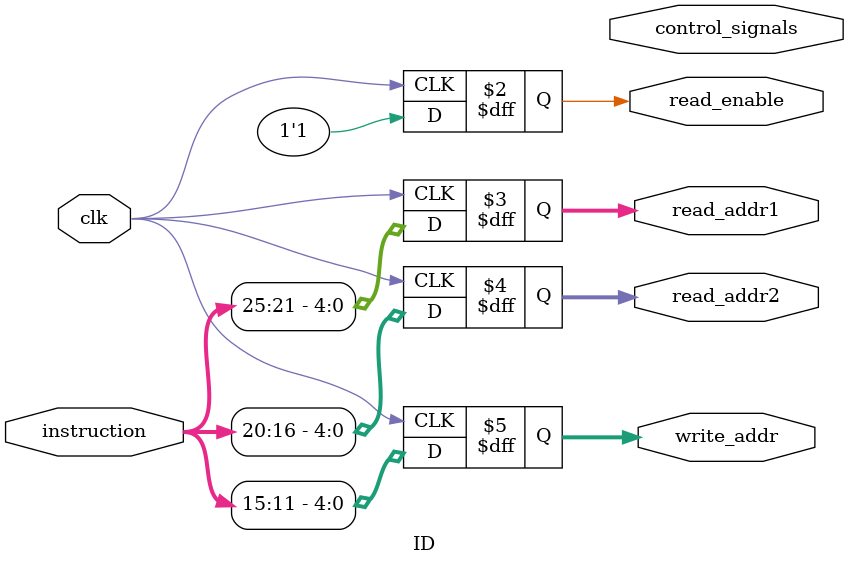
<source format=v>
module ID (
    clk, instruction, read_enable, read_addr1, read_addr2, write_addr, control_signals
);
    input clk;
    input [32 - 1 : 0] instruction;
    output read_enable;
    output [5 - 1 : 0] read_addr1, read_addr2;
    output [5 - 1 : 0] write_addr;
    output [8 - 1 : 0] control_signals;


always @(posedge clk) begin
    //TODO: decode the op code

    read_addr1 <= instruction[25 : 21];
    read_addr2 <= instruction[20 : 16];
    read_enable <= 'b1;
    write_addr <= instruction[15 : 11];
end
endmodule
</source>
